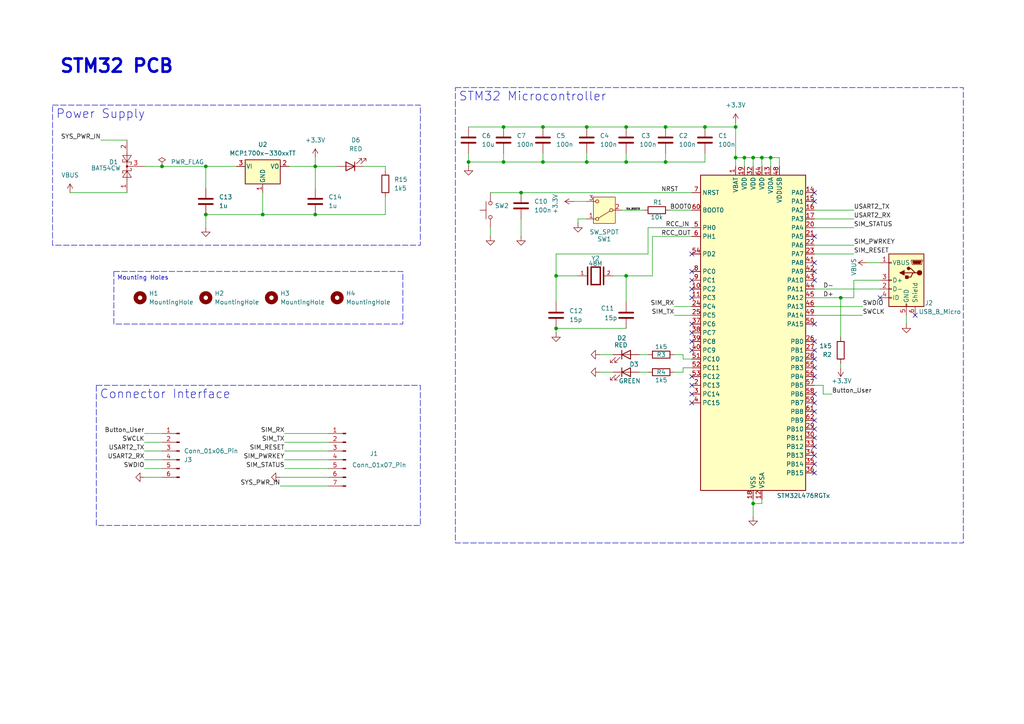
<source format=kicad_sch>
(kicad_sch (version 20250114) (generator "eeschema") (generator_version "9.0")
  (paper "A4")
  (title_block (title "STM32 PCB") (date "2025-12-28") (rev "0.1") (company "Mohamed Khay"))
  (lib_symbols
    (symbol "Connector:Conn_01x06_Pin" (pin_names (offset 1.016) (hide yes))
      (property "Reference" "J" (at 0 7.62 0))
      (property "Value" "Conn_01x06_Pin" (at 0 -10.16 0))
      (symbol "Conn_01x06_Pin_1_1"
        (rectangle (start 0.8636 5.207) (end 0 4.953) (stroke (width 0.1524)) (fill (type outline)))
        (rectangle (start 0.8636 2.667) (end 0 2.413) (stroke (width 0.1524)) (fill (type outline)))
        (rectangle (start 0.8636 0.127) (end 0 -0.127) (stroke (width 0.1524)) (fill (type outline)))
        (rectangle (start 0.8636 -2.413) (end 0 -2.667) (stroke (width 0.1524)) (fill (type outline)))
        (rectangle (start 0.8636 -4.953) (end 0 -5.207) (stroke (width 0.1524)) (fill (type outline)))
        (rectangle (start 0.8636 -7.493) (end 0 -7.747) (stroke (width 0.1524)) (fill (type outline)))
        (polyline (pts (xy 1.27 5.08) (xy 0.8636 5.08)) (stroke (width 0.1524)))
        (polyline (pts (xy 1.27 2.54) (xy 0.8636 2.54)) (stroke (width 0.1524)))
        (polyline (pts (xy 1.27 0) (xy 0.8636 0)) (stroke (width 0.1524)))
        (polyline (pts (xy 1.27 -2.54) (xy 0.8636 -2.54)) (stroke (width 0.1524)))
        (polyline (pts (xy 1.27 -5.08) (xy 0.8636 -5.08)) (stroke (width 0.1524)))
        (polyline (pts (xy 1.27 -7.62) (xy 0.8636 -7.62)) (stroke (width 0.1524)))
        (pin passive line (at 5.08 5.08 180) (length 3.81) (name "Pin_1") (number "1"))
        (pin passive line (at 5.08 2.54 180) (length 3.81) (name "Pin_2") (number "2"))
        (pin passive line (at 5.08 0 180) (length 3.81) (name "Pin_3") (number "3"))
        (pin passive line (at 5.08 -2.54 180) (length 3.81) (name "Pin_4") (number "4"))
        (pin passive line (at 5.08 -5.08 180) (length 3.81) (name "Pin_5") (number "5"))
        (pin passive line (at 5.08 -7.62 180) (length 3.81) (name "Pin_6") (number "6"))
      )
    )
    (symbol "Connector:Conn_01x07_Pin" (pin_names (offset 1.016) (hide yes))
      (property "Reference" "J" (at 0 10.16 0))
      (property "Value" "Conn_01x07_Pin" (at 0 -10.16 0))
      (symbol "Conn_01x07_Pin_1_1"
        (rectangle (start 0.8636 7.747) (end 0 7.493) (stroke (width 0.1524)) (fill (type outline)))
        (rectangle (start 0.8636 5.207) (end 0 4.953) (stroke (width 0.1524)) (fill (type outline)))
        (rectangle (start 0.8636 2.667) (end 0 2.413) (stroke (width 0.1524)) (fill (type outline)))
        (rectangle (start 0.8636 0.127) (end 0 -0.127) (stroke (width 0.1524)) (fill (type outline)))
        (rectangle (start 0.8636 -2.413) (end 0 -2.667) (stroke (width 0.1524)) (fill (type outline)))
        (rectangle (start 0.8636 -4.953) (end 0 -5.207) (stroke (width 0.1524)) (fill (type outline)))
        (rectangle (start 0.8636 -7.493) (end 0 -7.747) (stroke (width 0.1524)) (fill (type outline)))
        (polyline (pts (xy 1.27 7.62) (xy 0.8636 7.62)) (stroke (width 0.1524)))
        (polyline (pts (xy 1.27 5.08) (xy 0.8636 5.08)) (stroke (width 0.1524)))
        (polyline (pts (xy 1.27 2.54) (xy 0.8636 2.54)) (stroke (width 0.1524)))
        (polyline (pts (xy 1.27 0) (xy 0.8636 0)) (stroke (width 0.1524)))
        (polyline (pts (xy 1.27 -2.54) (xy 0.8636 -2.54)) (stroke (width 0.1524)))
        (polyline (pts (xy 1.27 -5.08) (xy 0.8636 -5.08)) (stroke (width 0.1524)))
        (polyline (pts (xy 1.27 -7.62) (xy 0.8636 -7.62)) (stroke (width 0.1524)))
        (pin passive line (at 5.08 7.62 180) (length 3.81) (name "Pin_1") (number "1"))
        (pin passive line (at 5.08 5.08 180) (length 3.81) (name "Pin_2") (number "2"))
        (pin passive line (at 5.08 2.54 180) (length 3.81) (name "Pin_3") (number "3"))
        (pin passive line (at 5.08 0 180) (length 3.81) (name "Pin_4") (number "4"))
        (pin passive line (at 5.08 -2.54 180) (length 3.81) (name "Pin_5") (number "5"))
        (pin passive line (at 5.08 -5.08 180) (length 3.81) (name "Pin_6") (number "6"))
        (pin passive line (at 5.08 -7.62 180) (length 3.81) (name "Pin_7") (number "7"))
      )
    )
    (symbol "Connector:USB_B_Micro" (pin_names (offset 1.016))
      (property "Reference" "J" (at -5.08 11.43 0))
      (property "Value" "USB_B_Micro" (at -5.08 8.89 0))
      (symbol "USB_B_Micro_0_1"
        (rectangle (start -5.08 -7.62) (end 5.08 7.62) (stroke (width 0.254)) (fill (type background)))
        (polyline (pts (xy -4.699 5.842) (xy -4.699 5.588) (xy -4.445 4.826) (xy -4.445 4.572) (xy -1.651 4.572) (xy -1.651 4.826) (xy -1.397 5.588) (xy -1.397 5.842) (xy -4.699 5.842)))
        (polyline (pts (xy -4.318 5.588) (xy -1.778 5.588) (xy -2.032 4.826) (xy -4.064 4.826) (xy -4.318 5.588)) (fill (type outline)))
        (circle (center -3.81 2.159) (radius 0.635) (stroke (width 0.254)) (fill (type outline)))
        (polyline (pts (xy -3.175 2.159) (xy -2.54 2.159) (xy -1.27 3.429) (xy -0.635 3.429)) (stroke (width 0.254)))
        (polyline (pts (xy -2.54 2.159) (xy -1.905 2.159) (xy -1.27 0.889) (xy 0 0.889)) (stroke (width 0.254)))
        (polyline (pts (xy -1.905 2.159) (xy 0.635 2.159)) (stroke (width 0.254)))
        (circle (center -0.635 3.429) (radius 0.381) (stroke (width 0.254)) (fill (type outline)))
        (rectangle (start -0.127 -7.62) (end 0.127 -6.858))
        (rectangle (start 0.254 1.27) (end -0.508 0.508) (stroke (width 0.254)) (fill (type outline)))
        (polyline (pts (xy 0.635 2.794) (xy 0.635 1.524) (xy 1.905 2.159) (xy 0.635 2.794)) (stroke (width 0.254)) (fill (type outline)))
        (rectangle (start 5.08 4.953) (end 4.318 5.207))
        (rectangle (start 5.08 -0.127) (end 4.318 0.127))
        (rectangle (start 5.08 -2.667) (end 4.318 -2.413))
        (rectangle (start 5.08 -5.207) (end 4.318 -4.953))
      )
      (symbol "USB_B_Micro_1_1"
        (pin passive line (at -2.54 -10.16 90) (length 2.54) (name "Shield") (number "6"))
        (pin power_out line (at 0 -10.16 90) (length 2.54) (name "GND") (number "5"))
        (pin power_out line (at 7.62 5.08 180) (length 2.54) (name "VBUS") (number "1"))
        (pin bidirectional line (at 7.62 0 180) (length 2.54) (name "D+") (number "3"))
        (pin bidirectional line (at 7.62 -2.54 180) (length 2.54) (name "D-") (number "2"))
        (pin passive line (at 7.62 -5.08 180) (length 2.54) (name "ID") (number "4"))
      )
    )
    (symbol "Device:C" (pin_numbers (hide yes)) (pin_names (offset 0.254))
      (property "Reference" "C" (at 0.635 2.54 0))
      (property "Value" "C" (at 0.635 -2.54 0))
      (symbol "C_0_1"
        (polyline (pts (xy -2.032 0.762) (xy 2.032 0.762)) (stroke (width 0.508)))
        (polyline (pts (xy -2.032 -0.762) (xy 2.032 -0.762)) (stroke (width 0.508)))
      )
      (symbol "C_1_1"
        (pin passive line (at 0 3.81 270) (length 2.794) (name "~") (number "1"))
        (pin passive line (at 0 -3.81 90) (length 2.794) (name "~") (number "2"))
      )
    )
    (symbol "Device:LED" (pin_numbers (hide yes)) (pin_names (offset 1.016) (hide yes))
      (property "Reference" "D" (at 0 2.54 0))
      (property "Value" "LED" (at 0 -2.54 0))
      (symbol "LED_0_1"
        (polyline (pts (xy -3.048 -0.762) (xy -4.572 -2.286) (xy -3.81 -2.286) (xy -4.572 -2.286) (xy -4.572 -1.524)))
        (polyline (pts (xy -1.778 -0.762) (xy -3.302 -2.286) (xy -2.54 -2.286) (xy -3.302 -2.286) (xy -3.302 -1.524)))
        (polyline (pts (xy -1.27 0) (xy 1.27 0)))
        (polyline (pts (xy -1.27 -1.27) (xy -1.27 1.27)) (stroke (width 0.254)))
        (polyline (pts (xy 1.27 -1.27) (xy 1.27 1.27) (xy -1.27 0) (xy 1.27 -1.27)) (stroke (width 0.254)))
      )
      (symbol "LED_1_1"
        (pin passive line (at -3.81 0 0) (length 2.54) (name "K") (number "1"))
        (pin passive line (at 3.81 0 180) (length 2.54) (name "A") (number "2"))
      )
    )
    (symbol "Device:R" (pin_numbers (hide yes)) (pin_names (offset 0))
      (property "Reference" "R" (at 2.032 0 90))
      (property "Value" "R" (at 0 0 90))
      (symbol "R_0_1"
        (rectangle (start -1.016 -2.54) (end 1.016 2.54) (stroke (width 0.254)))
      )
      (symbol "R_1_1"
        (pin passive line (at 0 3.81 270) (length 1.27) (name "~") (number "1"))
        (pin passive line (at 0 -3.81 90) (length 1.27) (name "~") (number "2"))
      )
    )
    (symbol "Diode:BAT54CW" (pin_names (offset 1.016))
      (property "Reference" "D" (at 0.635 -3.81 0))
      (property "Value" "BAT54CW" (at -6.35 3.175 0))
      (symbol "BAT54CW_0_1"
        (polyline (pts (xy -3.175 -1.27) (xy -3.175 1.27) (xy -1.27 0) (xy -3.175 -1.27)))
        (polyline (pts (xy -1.905 1.27) (xy -1.905 1.016)))
        (polyline (pts (xy -1.905 0) (xy 1.905 0)))
        (polyline (pts (xy -1.27 1.27) (xy -1.905 1.27)))
        (polyline (pts (xy -1.27 1.27) (xy -1.27 -1.27)))
        (polyline (pts (xy -1.27 0) (xy -3.81 0)))
        (polyline (pts (xy -1.27 -1.27) (xy -0.635 -1.27)))
        (polyline (pts (xy -0.635 -1.27) (xy -0.635 -1.016)))
        (circle (center 0 0) (radius 0.254) (fill (type outline)))
        (polyline (pts (xy 0.635 -1.27) (xy 0.635 -1.016)))
        (polyline (pts (xy 1.27 1.27) (xy 1.27 -1.27)))
        (polyline (pts (xy 1.27 1.27) (xy 1.905 1.27)))
        (polyline (pts (xy 1.27 -1.27) (xy 0.635 -1.27)))
        (polyline (pts (xy 1.905 1.27) (xy 1.905 1.016)))
        (polyline (pts (xy 3.175 -1.27) (xy 3.175 1.27) (xy 1.27 0) (xy 3.175 -1.27)))
        (polyline (pts (xy 3.81 0) (xy 1.27 0)))
      )
      (symbol "BAT54CW_1_1"
        (pin passive line (at -7.62 0 0) (length 3.81) (name "~") (number "1"))
        (pin passive line (at 0 -5.08 90) (length 5.08) (name "~") (number "3"))
        (pin passive line (at 7.62 0 180) (length 3.81) (name "~") (number "2"))
      )
    )
    (symbol "HC-49_U-S16000000ABJB:HC-49_U-S16000000ABJB" (pin_names (offset 1.016))
      (property "Reference" "Y" (at -5.0804 5.0804 0))
      (property "Value" "HC-49_U-S16000000ABJB" (at -5.0991 -5.0991 0))
      (symbol "HC-49_U-S16000000ABJB_0_0"
        (polyline (pts (xy -2.286 2.54) (xy -2.286 -2.54)) (stroke (width 0.4064)))
        (polyline (pts (xy -1.27 2.54) (xy -1.27 -2.54)) (stroke (width 0.4064)))
        (polyline (pts (xy -1.27 2.54) (xy 1.397 2.54)) (stroke (width 0.4064)))
        (polyline (pts (xy 1.397 2.54) (xy 1.397 -2.54)) (stroke (width 0.4064)))
        (polyline (pts (xy 1.397 -2.54) (xy -1.27 -2.54)) (stroke (width 0.4064)))
        (polyline (pts (xy 2.3368 2.54) (xy 2.3368 -2.54)) (stroke (width 0.4064)))
        (pin passive line (at -5.08 0 0) (length 2.54) (name "~") (number "1"))
        (pin passive line (at 5.08 0 180) (length 2.54) (name "~") (number "2"))
      )
    )
    (symbol "MCU_ST_STM32L4:STM32L476RGTx"
      (property "Reference" "U" (at -15.24 46.99 0))
      (property "Value" "STM32L476RGTx" (at 10.16 46.99 0))
      (symbol "STM32L476RGTx_0_1"
        (rectangle (start -15.24 -45.72) (end 15.24 45.72) (stroke (width 0.254)) (fill (type background)))
      )
      (symbol "STM32L476RGTx_1_1"
        (pin input line (at -17.78 40.64 0) (length 2.54) (name "NRST") (number "7"))
        (pin input line (at -17.78 35.56 0) (length 2.54) (name "BOOT0") (number "60"))
        (pin bidirectional line (at -17.78 30.48 0) (length 2.54) (name "PH0") (number "5"))
        (pin bidirectional line (at -17.78 27.94 0) (length 2.54) (name "PH1") (number "6"))
        (pin bidirectional line (at -17.78 22.86 0) (length 2.54) (name "PD2") (number "54"))
        (pin bidirectional line (at -17.78 17.78 0) (length 2.54) (name "PC0") (number "8"))
        (pin bidirectional line (at -17.78 15.24 0) (length 2.54) (name "PC1") (number "9"))
        (pin bidirectional line (at -17.78 12.7 0) (length 2.54) (name "PC2") (number "10"))
        (pin bidirectional line (at -17.78 10.16 0) (length 2.54) (name "PC3") (number "11"))
        (pin bidirectional line (at -17.78 7.62 0) (length 2.54) (name "PC4") (number "24"))
        (pin bidirectional line (at -17.78 5.08 0) (length 2.54) (name "PC5") (number "25"))
        (pin bidirectional line (at -17.78 2.54 0) (length 2.54) (name "PC6") (number "37"))
        (pin bidirectional line (at -17.78 0 0) (length 2.54) (name "PC7") (number "38"))
        (pin bidirectional line (at -17.78 -2.54 0) (length 2.54) (name "PC8") (number "39"))
        (pin bidirectional line (at -17.78 -5.08 0) (length 2.54) (name "PC9") (number "40"))
        (pin bidirectional line (at -17.78 -7.62 0) (length 2.54) (name "PC10") (number "51"))
        (pin bidirectional line (at -17.78 -10.16 0) (length 2.54) (name "PC11") (number "52"))
        (pin bidirectional line (at -17.78 -12.7 0) (length 2.54) (name "PC12") (number "53"))
        (pin bidirectional line (at -17.78 -15.24 0) (length 2.54) (name "PC13") (number "2"))
        (pin bidirectional line (at -17.78 -17.78 0) (length 2.54) (name "PC14") (number "3"))
        (pin bidirectional line (at -17.78 -20.32 0) (length 2.54) (name "PC15") (number "4"))
        (pin power_in line (at -5.08 48.26 270) (length 2.54) (name "VBAT") (number "1"))
        (pin power_in line (at -2.54 48.26 270) (length 2.54) (name "VDD") (number "19"))
        (pin power_in line (at 0 48.26 270) (length 2.54) (name "VDD") (number "32"))
        (pin power_in line (at 0 -48.26 90) (length 2.54) (name "VSS") (number "18"))
        (pin passive line (at 0 -48.26 90) (length 2.54) (hide yes) (name "VSS") (number "31"))
        (pin passive line (at 0 -48.26 90) (length 2.54) (hide yes) (name "VSS") (number "47"))
        (pin passive line (at 0 -48.26 90) (length 2.54) (hide yes) (name "VSS") (number "63"))
        (pin power_in line (at 2.54 48.26 270) (length 2.54) (name "VDD") (number "64"))
        (pin power_in line (at 2.54 -48.26 90) (length 2.54) (name "VSSA") (number "12"))
        (pin power_in line (at 5.08 48.26 270) (length 2.54) (name "VDDA") (number "13"))
        (pin power_in line (at 7.62 48.26 270) (length 2.54) (name "VDDUSB") (number "48"))
        (pin bidirectional line (at 17.78 40.64 180) (length 2.54) (name "PA0") (number "14"))
        (pin bidirectional line (at 17.78 38.1 180) (length 2.54) (name "PA1") (number "15"))
        (pin bidirectional line (at 17.78 35.56 180) (length 2.54) (name "PA2") (number "16"))
        (pin bidirectional line (at 17.78 33.02 180) (length 2.54) (name "PA3") (number "17"))
        (pin bidirectional line (at 17.78 30.48 180) (length 2.54) (name "PA4") (number "20"))
        (pin bidirectional line (at 17.78 27.94 180) (length 2.54) (name "PA5") (number "21"))
        (pin bidirectional line (at 17.78 25.4 180) (length 2.54) (name "PA6") (number "22"))
        (pin bidirectional line (at 17.78 22.86 180) (length 2.54) (name "PA7") (number "23"))
        (pin bidirectional line (at 17.78 20.32 180) (length 2.54) (name "PA8") (number "41"))
        (pin bidirectional line (at 17.78 17.78 180) (length 2.54) (name "PA9") (number "42"))
        (pin bidirectional line (at 17.78 15.24 180) (length 2.54) (name "PA10") (number "43"))
        (pin bidirectional line (at 17.78 12.7 180) (length 2.54) (name "PA11") (number "44"))
        (pin bidirectional line (at 17.78 10.16 180) (length 2.54) (name "PA12") (number "45"))
        (pin bidirectional line (at 17.78 7.62 180) (length 2.54) (name "PA13") (number "46"))
        (pin bidirectional line (at 17.78 5.08 180) (length 2.54) (name "PA14") (number "49"))
        (pin bidirectional line (at 17.78 2.54 180) (length 2.54) (name "PA15") (number "50"))
        (pin bidirectional line (at 17.78 -2.54 180) (length 2.54) (name "PB0") (number "26"))
        (pin bidirectional line (at 17.78 -5.08 180) (length 2.54) (name "PB1") (number "27"))
        (pin bidirectional line (at 17.78 -7.62 180) (length 2.54) (name "PB2") (number "28"))
        (pin bidirectional line (at 17.78 -10.16 180) (length 2.54) (name "PB3") (number "55"))
        (pin bidirectional line (at 17.78 -12.7 180) (length 2.54) (name "PB4") (number "56"))
        (pin bidirectional line (at 17.78 -15.24 180) (length 2.54) (name "PB5") (number "57"))
        (pin bidirectional line (at 17.78 -17.78 180) (length 2.54) (name "PB6") (number "58"))
        (pin bidirectional line (at 17.78 -20.32 180) (length 2.54) (name "PB7") (number "59"))
        (pin bidirectional line (at 17.78 -22.86 180) (length 2.54) (name "PB8") (number "61"))
        (pin bidirectional line (at 17.78 -25.4 180) (length 2.54) (name "PB9") (number "62"))
        (pin bidirectional line (at 17.78 -27.94 180) (length 2.54) (name "PB10") (number "29"))
        (pin bidirectional line (at 17.78 -30.48 180) (length 2.54) (name "PB11") (number "30"))
        (pin bidirectional line (at 17.78 -33.02 180) (length 2.54) (name "PB12") (number "33"))
        (pin bidirectional line (at 17.78 -35.56 180) (length 2.54) (name "PB13") (number "34"))
        (pin bidirectional line (at 17.78 -38.1 180) (length 2.54) (name "PB14") (number "35"))
        (pin bidirectional line (at 17.78 -40.64 180) (length 2.54) (name "PB15") (number "36"))
      )
    )
    (symbol "Mechanical:MountingHole" (pin_names (offset 1.016)) (in_bom no)
      (property "Reference" "H" (at 0 5.08 0))
      (property "Value" "MountingHole" (at 0 3.175 0))
      (symbol "MountingHole_0_1"
        (circle (center 0 0) (radius 1.27) (stroke (width 1.27)))
      )
    )
    (symbol "Regulator_Linear:MCP1700x-330xxTT" (pin_names (offset 0.254))
      (property "Reference" "U" (at -3.81 3.175 0))
      (property "Value" "MCP1700x-330xxTT" (at 0 3.175 0))
      (symbol "MCP1700x-330xxTT_0_1"
        (rectangle (start -5.08 1.905) (end 5.08 -5.08) (stroke (width 0.254)) (fill (type background)))
      )
      (symbol "MCP1700x-330xxTT_1_1"
        (pin power_in line (at -7.62 0 0) (length 2.54) (name "VI") (number "3"))
        (pin power_in line (at 0 -7.62 90) (length 2.54) (name "GND") (number "1"))
        (pin power_out line (at 7.62 0 180) (length 2.54) (name "VO") (number "2"))
      )
    )
    (symbol "Switch:SW_Omron_B3FS" (pin_numbers (hide yes)) (pin_names (offset 1.016) (hide yes))
      (property "Reference" "SW" (at 1.27 2.54 0))
      (property "Value" "SW_Omron_B3FS" (at 0 -1.524 0))
      (symbol "SW_Omron_B3FS_0_1"
        (circle (center -2.032 0) (radius 0.508))
        (polyline (pts (xy 0 1.27) (xy 0 3.048)))
        (circle (center 2.032 0) (radius 0.508))
        (polyline (pts (xy 2.54 1.27) (xy -2.54 1.27)))
        (pin passive line (at -5.08 0 0) (length 2.54) (name "1") (number "1"))
        (pin passive line (at 5.08 0 180) (length 2.54) (name "2") (number "2"))
      )
    )
    (symbol "Switch:SW_SPDT" (pin_names (offset 0) (hide yes))
      (property "Reference" "SW" (at 0 5.08 0))
      (property "Value" "SW_SPDT" (at 0 -5.08 0))
      (symbol "SW_SPDT_0_1"
        (circle (center -2.032 0) (radius 0.4572))
        (polyline (pts (xy -1.651 0.254) (xy 1.651 2.286)))
        (circle (center 2.032 2.54) (radius 0.4572))
        (circle (center 2.032 -2.54) (radius 0.4572))
      )
      (symbol "SW_SPDT_1_1"
        (rectangle (start -3.175 3.81) (end 3.175 -3.81) (fill (type background)))
        (pin passive line (at -5.08 0 0) (length 2.54) (name "B") (number "2"))
        (pin passive line (at 5.08 2.54 180) (length 2.54) (name "A") (number "1"))
        (pin passive line (at 5.08 -2.54 180) (length 2.54) (name "C") (number "3"))
      )
    )
    (symbol "power:+3.3V" (power) (pin_numbers (hide yes)) (pin_names (offset 0) (hide yes))
      (property "Value" "+3.3V" (at 0 3.556 0))
      (symbol "+3.3V_0_1"
        (polyline (pts (xy -0.762 1.27) (xy 0 2.54)))
        (polyline (pts (xy 0 2.54) (xy 0.762 1.27)))
        (polyline (pts (xy 0 0) (xy 0 2.54)))
      )
      (symbol "+3.3V_1_1"
        (pin power_in line (at 0 0 90) (length 0) (name "~") (number "1"))
      )
    )
    (symbol "power:GND" (power) (pin_numbers (hide yes)) (pin_names (offset 0) (hide yes))
      (property "Value" "GND" (at 0 -3.81 0))
      (symbol "GND_0_1"
        (polyline (pts (xy 0 0) (xy 0 -1.27) (xy 1.27 -1.27) (xy 0 -2.54) (xy -1.27 -1.27) (xy 0 -1.27)))
      )
      (symbol "GND_1_1"
        (pin power_in line (at 0 0 270) (length 0) (name "~") (number "1"))
      )
    )
    (symbol "power:PWR_FLAG" (power) (pin_numbers (hide yes)) (pin_names (offset 0) (hide yes))
      (property "Value" "PWR_FLAG" (at 0 3.81 0))
      (symbol "PWR_FLAG_0_0"
        (pin power_out line (at 0 0 90) (length 0) (name "~") (number "1"))
      )
      (symbol "PWR_FLAG_0_1"
        (polyline (pts (xy 0 0) (xy 0 1.27) (xy -1.016 1.905) (xy 0 2.54) (xy 1.016 1.905) (xy 0 1.27)))
      )
    )
    (symbol "power:VBUS" (power) (pin_numbers (hide yes)) (pin_names (offset 0) (hide yes))
      (property "Value" "VBUS" (at 0 3.556 0))
      (symbol "VBUS_0_1"
        (polyline (pts (xy -0.762 1.27) (xy 0 2.54)))
        (polyline (pts (xy 0 2.54) (xy 0.762 1.27)))
        (polyline (pts (xy 0 0) (xy 0 2.54)))
      )
      (symbol "VBUS_1_1"
        (pin power_in line (at 0 0 90) (length 0) (name "~") (number "1"))
      )
    )
  )
  (text "STM32 PCB " (at 35.306 19.304 0) (effects (font (size 3.81 3.81) (thickness 0.762) (bold yes))))
  (text_box "Mounting Holes" (at 33.02 78.74 0) (size 83.82 15.24) (margins 0.9525 0.9525 0.9525 0.9525) (stroke (width 0) (type dash)) (effects (font (size 1.27 1.27)) (justify left top)))
  (text_box "Connector Interface\n" (at 27.94 111.76 0) (size 93.98 40.64) (margins 0.9525 0.9525 0.9525 0.9525) (stroke (width 0) (type dash)) (effects (font (size 2.54 2.54)) (justify left top)))
  (text_box "Power Supply" (at 15.24 30.48 0) (size 106.68 40.64) (margins 0.9525 0.9525 0.9525 0.9525) (stroke (width 0) (type dash)) (effects (font (size 2.54 2.54)) (justify left top)))
  (text_box "STM32 Microcontroller\n" (at 132.08 25.4 0) (size 147.32 132.08) (margins 0.9525 0.9525 0.9525 0.9525) (stroke (width 0) (type dash)) (effects (font (size 2.54 2.54)) (justify left top)))
  (junction (at 91.44 48.26))
  (junction (at 218.44 45.72))
  (junction (at 204.47 36.83))
  (junction (at 161.29 80.01))
  (junction (at 59.69 48.26))
  (junction (at 220.98 45.72))
  (junction (at 218.44 146.05))
  (junction (at 157.48 36.83))
  (junction (at 213.36 45.72))
  (junction (at 91.44 62.23))
  (junction (at 157.48 46.99))
  (junction (at 215.9 45.72))
  (junction (at 59.69 62.23))
  (junction (at 170.18 46.99))
  (junction (at 181.61 46.99))
  (junction (at 223.52 45.72))
  (junction (at 170.18 36.83))
  (junction (at 193.04 46.99))
  (junction (at 151.13 55.88))
  (junction (at 181.61 36.83))
  (junction (at 146.05 46.99))
  (junction (at 76.2 62.23))
  (junction (at 46.99 48.26))
  (junction (at 193.04 36.83))
  (junction (at 243.84 86.36))
  (junction (at 213.36 36.83))
  (junction (at 161.29 95.25))
  (junction (at 146.05 36.83))
  (junction (at 135.89 46.99))
  (junction (at 181.61 80.01))
  (no_connect (at 236.22 58.42))
  (no_connect (at 236.22 104.14))
  (no_connect (at 200.66 111.76))
  (no_connect (at 236.22 116.84))
  (no_connect (at 200.66 116.84))
  (no_connect (at 255.27 86.36))
  (no_connect (at 236.22 55.88))
  (no_connect (at 200.66 99.06))
  (no_connect (at 236.22 81.28))
  (no_connect (at 236.22 119.38))
  (no_connect (at 200.66 96.52))
  (no_connect (at 236.22 129.54))
  (no_connect (at 200.66 101.6))
  (no_connect (at 200.66 109.22))
  (no_connect (at 200.66 114.3))
  (no_connect (at 236.22 134.62))
  (no_connect (at 200.66 83.82))
  (no_connect (at 236.22 68.58))
  (no_connect (at 236.22 124.46))
  (no_connect (at 200.66 78.74))
  (no_connect (at 200.66 73.66))
  (no_connect (at 236.22 101.6))
  (no_connect (at 265.43 91.44))
  (no_connect (at 236.22 106.68))
  (no_connect (at 236.22 93.98))
  (no_connect (at 236.22 99.06))
  (no_connect (at 236.22 114.3))
  (no_connect (at 236.22 78.74))
  (no_connect (at 236.22 76.2))
  (no_connect (at 236.22 109.22))
  (no_connect (at 236.22 127))
  (no_connect (at 200.66 86.36))
  (no_connect (at 200.66 81.28))
  (no_connect (at 236.22 132.08))
  (no_connect (at 236.22 137.16))
  (no_connect (at 200.66 93.98))
  (no_connect (at 236.22 121.92))
  (wire (pts (xy 180.34 60.96) (xy 186.69 60.96)))
  (wire (pts (xy 142.24 55.88) (xy 151.13 55.88)))
  (wire (pts (xy 181.61 36.83) (xy 193.04 36.83)))
  (wire (pts (xy 170.18 44.45) (xy 170.18 46.99)))
  (wire (pts (xy 41.91 130.81) (xy 46.99 130.81)))
  (wire (pts (xy 189.23 80.01) (xy 189.23 68.58)))
  (wire (pts (xy 198.12 106.68) (xy 198.12 107.95)))
  (wire (pts (xy 146.05 46.99) (xy 157.48 46.99)))
  (wire (pts (xy 20.32 55.88) (xy 36.83 55.88)))
  (wire (pts (xy 218.44 45.72) (xy 220.98 45.72)))
  (wire (pts (xy 195.58 107.95) (xy 198.12 107.95)))
  (wire (pts (xy 215.9 45.72) (xy 215.9 48.26)))
  (wire (pts (xy 81.28 138.43) (xy 95.25 138.43)))
  (wire (pts (xy 236.22 66.04) (xy 247.65 66.04)))
  (wire (pts (xy 236.22 83.82) (xy 255.27 83.82)))
  (wire (pts (xy 151.13 63.5) (xy 151.13 68.58)))
  (wire (pts (xy 251.46 76.2) (xy 255.27 76.2)))
  (wire (pts (xy 247.65 86.36) (xy 247.65 81.28)))
  (wire (pts (xy 189.23 68.58) (xy 200.66 68.58)))
  (wire (pts (xy 236.22 88.9) (xy 250.19 88.9)))
  (wire (pts (xy 111.76 48.26) (xy 111.76 49.53)))
  (wire (pts (xy 198.12 102.87) (xy 198.12 104.14)))
  (wire (pts (xy 198.12 104.14) (xy 200.66 104.14)))
  (wire (pts (xy 82.55 128.27) (xy 95.25 128.27)))
  (wire (pts (xy 236.22 60.96) (xy 247.65 60.96)))
  (wire (pts (xy 213.36 36.83) (xy 213.36 45.72)))
  (wire (pts (xy 195.58 102.87) (xy 198.12 102.87)))
  (wire (pts (xy 226.06 45.72) (xy 226.06 48.26)))
  (wire (pts (xy 200.66 88.9) (xy 195.58 88.9)))
  (wire (pts (xy 218.44 146.05) (xy 218.44 149.86)))
  (wire (pts (xy 236.22 71.12) (xy 247.65 71.12)))
  (wire (pts (xy 213.36 35.56) (xy 213.36 36.83)))
  (wire (pts (xy 59.69 48.26) (xy 68.58 48.26)))
  (wire (pts (xy 146.05 44.45) (xy 146.05 46.99)))
  (wire (pts (xy 181.61 44.45) (xy 181.61 46.99)))
  (wire (pts (xy 215.9 45.72) (xy 218.44 45.72)))
  (wire (pts (xy 262.89 91.44) (xy 262.89 93.98)))
  (wire (pts (xy 46.99 48.26) (xy 59.69 48.26)))
  (wire (pts (xy 59.69 62.23) (xy 76.2 62.23)))
  (wire (pts (xy 76.2 55.88) (xy 76.2 62.23)))
  (wire (pts (xy 91.44 48.26) (xy 97.79 48.26)))
  (wire (pts (xy 238.76 111.76) (xy 238.76 114.3)))
  (wire (pts (xy 161.29 95.25) (xy 161.29 96.52)))
  (wire (pts (xy 83.82 48.26) (xy 91.44 48.26)))
  (wire (pts (xy 236.22 91.44) (xy 250.19 91.44)))
  (wire (pts (xy 204.47 36.83) (xy 213.36 36.83)))
  (wire (pts (xy 91.44 48.26) (xy 91.44 54.61)))
  (wire (pts (xy 166.37 58.42) (xy 170.18 58.42)))
  (wire (pts (xy 82.55 133.35) (xy 95.25 133.35)))
  (wire (pts (xy 177.8 80.01) (xy 181.61 80.01)))
  (wire (pts (xy 243.84 86.36) (xy 243.84 97.79)))
  (wire (pts (xy 213.36 45.72) (xy 215.9 45.72)))
  (wire (pts (xy 157.48 44.45) (xy 157.48 46.99)))
  (wire (pts (xy 243.84 86.36) (xy 247.65 86.36)))
  (wire (pts (xy 185.42 107.95) (xy 187.96 107.95)))
  (wire (pts (xy 41.91 128.27) (xy 46.99 128.27)))
  (wire (pts (xy 41.91 133.35) (xy 46.99 133.35)))
  (wire (pts (xy 170.18 46.99) (xy 181.61 46.99)))
  (wire (pts (xy 193.04 36.83) (xy 204.47 36.83)))
  (wire (pts (xy 185.42 102.87) (xy 187.96 102.87)))
  (wire (pts (xy 238.76 114.3) (xy 241.3 114.3)))
  (wire (pts (xy 82.55 130.81) (xy 95.25 130.81)))
  (wire (pts (xy 236.22 73.66) (xy 247.65 73.66)))
  (wire (pts (xy 187.96 66.04) (xy 200.66 66.04)))
  (wire (pts (xy 161.29 80.01) (xy 167.64 80.01)))
  (wire (pts (xy 59.69 54.61) (xy 59.69 48.26)))
  (wire (pts (xy 161.29 80.01) (xy 161.29 87.63)))
  (wire (pts (xy 41.91 138.43) (xy 46.99 138.43)))
  (wire (pts (xy 194.31 60.96) (xy 200.66 60.96)))
  (wire (pts (xy 220.98 45.72) (xy 220.98 48.26)))
  (wire (pts (xy 218.44 45.72) (xy 218.44 48.26)))
  (wire (pts (xy 187.96 66.04) (xy 187.96 73.66)))
  (wire (pts (xy 135.89 44.45) (xy 135.89 46.99)))
  (wire (pts (xy 167.64 64.77) (xy 167.64 63.5)))
  (wire (pts (xy 29.21 40.64) (xy 36.83 40.64)))
  (wire (pts (xy 81.28 140.97) (xy 95.25 140.97)))
  (wire (pts (xy 236.22 86.36) (xy 243.84 86.36)))
  (wire (pts (xy 41.91 135.89) (xy 46.99 135.89)))
  (wire (pts (xy 157.48 36.83) (xy 170.18 36.83)))
  (wire (pts (xy 181.61 80.01) (xy 189.23 80.01)))
  (wire (pts (xy 82.55 135.89) (xy 95.25 135.89)))
  (wire (pts (xy 213.36 45.72) (xy 213.36 48.26)))
  (wire (pts (xy 200.66 91.44) (xy 195.58 91.44)))
  (wire (pts (xy 243.84 106.68) (xy 243.84 105.41)))
  (wire (pts (xy 173.99 102.87) (xy 177.8 102.87)))
  (wire (pts (xy 220.98 146.05) (xy 220.98 144.78)))
  (wire (pts (xy 151.13 55.88) (xy 200.66 55.88)))
  (wire (pts (xy 41.91 125.73) (xy 46.99 125.73)))
  (wire (pts (xy 193.04 46.99) (xy 204.47 46.99)))
  (wire (pts (xy 142.24 66.04) (xy 142.24 68.58)))
  (wire (pts (xy 193.04 44.45) (xy 193.04 46.99)))
  (wire (pts (xy 181.61 80.01) (xy 181.61 87.63)))
  (wire (pts (xy 157.48 46.99) (xy 170.18 46.99)))
  (wire (pts (xy 181.61 46.99) (xy 193.04 46.99)))
  (wire (pts (xy 218.44 146.05) (xy 220.98 146.05)))
  (wire (pts (xy 146.05 36.83) (xy 157.48 36.83)))
  (wire (pts (xy 135.89 46.99) (xy 135.89 48.26)))
  (wire (pts (xy 82.55 125.73) (xy 95.25 125.73)))
  (wire (pts (xy 173.99 107.95) (xy 177.8 107.95)))
  (wire (pts (xy 223.52 45.72) (xy 223.52 48.26)))
  (wire (pts (xy 161.29 73.66) (xy 161.29 80.01)))
  (wire (pts (xy 236.22 63.5) (xy 247.65 63.5)))
  (wire (pts (xy 91.44 62.23) (xy 111.76 62.23)))
  (wire (pts (xy 105.41 48.26) (xy 111.76 48.26)))
  (wire (pts (xy 135.89 36.83) (xy 146.05 36.83)))
  (wire (pts (xy 247.65 81.28) (xy 255.27 81.28)))
  (wire (pts (xy 167.64 63.5) (xy 170.18 63.5)))
  (wire (pts (xy 135.89 46.99) (xy 146.05 46.99)))
  (wire (pts (xy 111.76 57.15) (xy 111.76 62.23)))
  (wire (pts (xy 91.44 45.72) (xy 91.44 48.26)))
  (wire (pts (xy 204.47 46.99) (xy 204.47 44.45)))
  (wire (pts (xy 59.69 62.23) (xy 59.69 66.04)))
  (wire (pts (xy 187.96 73.66) (xy 161.29 73.66)))
  (wire (pts (xy 223.52 45.72) (xy 226.06 45.72)))
  (wire (pts (xy 161.29 95.25) (xy 181.61 95.25)))
  (wire (pts (xy 220.98 45.72) (xy 223.52 45.72)))
  (wire (pts (xy 200.66 106.68) (xy 198.12 106.68)))
  (wire (pts (xy 41.91 48.26) (xy 46.99 48.26)))
  (wire (pts (xy 76.2 62.23) (xy 91.44 62.23)))
  (wire (pts (xy 236.22 111.76) (xy 238.76 111.76)))
  (wire (pts (xy 218.44 144.78) (xy 218.44 146.05)))
  (wire (pts (xy 170.18 36.83) (xy 181.61 36.83)))
  (label "SIM_PWRKEY" (at 247.65 71.12 0))
  (label "RCC_IN" (at 193.04 66.04 0))
  (label "SWCLK" (at 41.91 128.27 180))
  (label "RCC_OUT" (at 191.77 68.58 0))
  (label "SIM_RX" (at 195.58 88.9 180))
  (label "USART2_TX" (at 247.65 60.96 0))
  (label "SW_BOOT0" (at 181.61 60.96 0) (effects (font (size 0.508 0.508))))
  (label "SWDIO" (at 250.19 88.9 0))
  (label "SIM_STATUS" (at 82.55 135.89 180))
  (label "SIM_TX" (at 82.55 128.27 180))
  (label "D+" (at 238.76 86.36 0))
  (label "SIM_TX" (at 195.58 91.44 180))
  (label "SWCLK" (at 250.19 91.44 0))
  (label "SIM_RESET" (at 82.55 130.81 180))
  (label "NRST" (at 191.77 55.88 0))
  (label "SIM_PWRKEY" (at 82.55 133.35 180))
  (label "USART2_RX" (at 41.91 133.35 180))
  (label "SIM_STATUS" (at 247.65 66.04 0))
  (label "Button_User" (at 241.3 114.3 0))
  (label "USART2_TX" (at 41.91 130.81 180))
  (label "SWDIO" (at 41.91 135.89 180))
  (label "SYS_PWR_IN" (at 29.21 40.64 180))
  (label "SIM_RESET" (at 247.65 73.66 0))
  (label "USART2_RX" (at 247.65 63.5 0))
  (label "Button_User" (at 41.91 125.73 180))
  (label "SYS_PWR_IN" (at 81.28 140.97 180))
  (label "D-" (at 238.76 83.82 0))
  (label "BOOT0" (at 194.31 60.96 0))
  (label "SIM_RX" (at 82.55 125.73 180))
  (symbol (lib_id "power:+3.3V") (at 166.37 58.42 90) (mirror x) (unit 1)
    (property "Reference" "#PWR010" (effects (hide yes)))
    (property "Value" "+3.3V" (at 161.036 59.182 0))
    (property "Description" "Power symbol creates a global label with name \"+3.3V\"" (effects (hide yes)))
  )
  (symbol (lib_id "HC-49_U-S16000000ABJB:HC-49_U-S16000000ABJB") (at 172.72 80.01 0) (unit 1)
    (property "Reference" "Y2" (at 172.72 74.93 0))
    (property "Value" "48M" (at 172.72 76.454 0))
    (property "Footprint" "HC-49_U-S16000000ABJB:XTAL_HC49P488W43L1150T466H350" (effects (hide yes)))
    (property "MF" "Citizen Finedevice" (effects (hide yes)))
    (property "Description_1" "16 MHz ±30ppm Crystal 18pF 50 Ohms HC-49/US" (effects (hide yes)))
    (property "Package" "HC-49/US Citizen Finetech Miyota" (effects (hide yes)))
    (property "Price" "None" (effects (hide yes)))
    (property "Check_prices" "https://www.snapeda.com/parts/HC-49/U-S16000000ABJB/Citizen/view-part/?ref=eda" (effects (hide yes)))
    (property "STANDARD" "IPC-7351B" (effects (hide yes)))
    (property "PARTREV" "1.0" (effects (hide yes)))
    (property "SnapEDA_Link" "https://www.snapeda.com/parts/HC-49/U-S16000000ABJB/Citizen/view-part/?ref=snap" (effects (hide yes)))
    (property "MP" "HC-49/U-S16000000ABJB" (effects (hide yes)))
    (property "Purchase-URL" "https://www.snapeda.com/api/url_track_click_mouser/?unipart_id=511501&manufacturer=Citizen Finedevice&part_name=HC-49/U-S16000000ABJB&search_term=None" (effects (hide yes)))
    (property "Availability" "In Stock" (effects (hide yes)))
    (property "MANUFACTURER" "CITIZEN" (effects (hide yes)))
  )
  (symbol (lib_id "power:GND") (at 161.29 96.52 0) (unit 1)
    (property "Reference" "#PWR011" (effects (hide yes)))
    (property "Value" "GND" (effects (hide yes)))
    (property "Description" "Power symbol creates a global label with name \"GND\" , ground" (effects (hide yes)))
  )
  (symbol (lib_id "power:GND") (at 81.28 138.43 270) (unit 1)
    (property "Reference" "#PWR05" (effects (hide yes)))
    (property "Value" "GND" (effects (hide yes)))
    (property "Description" "Power symbol creates a global label with name \"GND\" , ground" (effects (hide yes)))
  )
  (symbol (lib_id "Regulator_Linear:MCP1700x-330xxTT") (at 76.2 48.26 0) (unit 1)
    (property "Reference" "U2" (at 76.2 41.91 0))
    (property "Value" "MCP1700x-330xxTT" (at 76.2 44.45 0))
    (property "Footprint" "Package_TO_SOT_SMD:SOT-23" (effects (hide yes)))
    (property "Datasheet" "http://ww1.microchip.com/downloads/en/DeviceDoc/20001826D.pdf" (effects (hide yes)))
    (property "Description" "250mA Low Quiscent Current LDO, 3.3V output, SOT-23" (effects (hide yes)))
  )
  (symbol (lib_id "power:GND") (at 173.99 107.95 270) (unit 1)
    (property "Reference" "#PWR015" (effects (hide yes)))
    (property "Value" "GND" (effects (hide yes)))
    (property "Description" "Power symbol creates a global label with name \"GND\" , ground" (effects (hide yes)))
  )
  (symbol (lib_id "power:GND") (at 173.99 102.87 270) (unit 1)
    (property "Reference" "#PWR014" (effects (hide yes)))
    (property "Value" "GND" (effects (hide yes)))
    (property "Description" "Power symbol creates a global label with name \"GND\" , ground" (effects (hide yes)))
  )
  (symbol (lib_id "Device:C") (at 59.69 58.42 0) (unit 1)
    (property "Reference" "C13" (at 63.5 57.1499 0) (effects (justify left)))
    (property "Value" "1u" (at 63.5 59.6899 0) (effects (justify left)))
    (property "Footprint" "Capacitor_SMD:C_0402_1005Metric" (effects (hide yes)))
    (property "Description" "Unpolarized capacitor" (effects (hide yes)))
  )
  (symbol (lib_id "Mechanical:MountingHole") (at 78.74 86.36 0) (unit 1) (in_bom no)
    (property "Reference" "H3" (at 81.28 85.0899 0) (effects (justify left)))
    (property "Value" "MountingHole" (at 81.28 87.6299 0) (effects (justify left)))
    (property "Footprint" "MountingHole:MountingHole_2.2mm_M2" (effects (hide yes)))
    (property "Description" "Mounting Hole without connection" (effects (hide yes)))
  )
  (symbol (lib_id "Diode:BAT54CW") (at 36.83 48.26 90) (unit 1)
    (property "Reference" "D1" (at 34.29 46.9899 90) (effects (justify left)))
    (property "Value" "BAT54CW" (at 35.052 48.768 90) (effects (justify left)))
    (property "Footprint" "Package_TO_SOT_SMD:SOT-323_SC-70" (effects (hide yes)))
    (property "Datasheet" "https://assets.nexperia.com/documents/data-sheet/BAT54W_SER.pdf" (effects (hide yes)))
    (property "Description" "Dual schottky barrier diode, common cathode, SOT-323" (effects (hide yes)))
  )
  (symbol (lib_id "power:PWR_FLAG") (at 46.99 48.26 0) (unit 1)
    (property "Reference" "#FLG01" (effects (hide yes)))
    (property "Value" "PWR_FLAG" (at 49.53 46.9899 0) (effects (justify left)))
    (property "Description" "Special symbol for telling ERC where power comes from" (effects (hide yes)))
  )
  (symbol (lib_id "Device:LED") (at 181.61 102.87 0) (unit 1)
    (property "Reference" "D2" (at 180.34 98.044 0))
    (property "Value" "RED" (at 180.086 100.076 0))
    (property "Footprint" "LED_SMD:LED_0805_2012Metric" (effects (hide yes)))
    (property "Description" "Light emitting diode" (effects (hide yes)))
    (property "Sim.Pins" "1=K 2=A" (effects (hide yes)))
  )
  (symbol (lib_id "Device:C") (at 157.48 40.64 0) (unit 1)
    (property "Reference" "C5" (at 161.29 39.3699 0) (effects (justify left)))
    (property "Value" "100n" (at 161.29 41.9099 0) (effects (justify left)))
    (property "Footprint" "Capacitor_SMD:C_0402_1005Metric" (effects (hide yes)))
    (property "Description" "Unpolarized capacitor" (effects (hide yes)))
  )
  (symbol (lib_id "Device:LED") (at 101.6 48.26 180) (unit 1)
    (property "Reference" "D6" (at 103.1875 40.64 0))
    (property "Value" "RED" (at 103.1875 43.18 0))
    (property "Footprint" "LED_SMD:LED_0201_0603Metric" (effects (hide yes)))
    (property "Description" "Light emitting diode" (effects (hide yes)))
    (property "Sim.Pins" "1=K 2=A" (effects (hide yes)))
  )
  (symbol (lib_id "Connector:Conn_01x06_Pin") (at 52.07 130.81 0) (mirror y) (unit 1)
    (property "Reference" "J3" (at 53.34 133.3501 0) (effects (justify right)))
    (property "Value" "Conn_01x06_Pin" (at 53.34 130.8101 0) (effects (justify right)))
    (property "Footprint" "Connector_PinHeader_2.54mm:PinHeader_1x06_P2.54mm_Vertical" (effects (hide yes)))
    (property "Description" "Generic connector, single row, 01x06, script generated" (effects (hide yes)))
  )
  (symbol (lib_id "power:+3.3V") (at 91.44 45.72 0) (unit 1)
    (property "Reference" "#PWR019" (effects (hide yes)))
    (property "Value" "+3.3V" (at 91.44 40.64 0))
    (property "Description" "Power symbol creates a global label with name \"+3.3V\"" (effects (hide yes)))
  )
  (symbol (lib_id "Device:C") (at 161.29 91.44 0) (unit 1)
    (property "Reference" "C12" (at 165.1 90.1699 0) (effects (justify left)))
    (property "Value" "15p" (at 165.1 92.7099 0) (effects (justify left)))
    (property "Footprint" "Capacitor_SMD:C_0402_1005Metric" (effects (hide yes)))
    (property "Description" "Unpolarized capacitor" (effects (hide yes)))
  )
  (symbol (lib_id "power:+3.3V") (at 213.36 35.56 0) (unit 1)
    (property "Reference" "#PWR02" (effects (hide yes)))
    (property "Value" "+3.3V" (at 213.36 30.48 0))
    (property "Description" "Power symbol creates a global label with name \"+3.3V\"" (effects (hide yes)))
  )
  (symbol (lib_id "Device:C") (at 181.61 40.64 0) (unit 1)
    (property "Reference" "C3" (at 185.928 39.37 0) (effects (justify left)))
    (property "Value" "100n" (at 185.42 41.9099 0) (effects (justify left)))
    (property "Footprint" "Capacitor_SMD:C_0402_1005Metric" (effects (hide yes)))
    (property "Description" "Unpolarized capacitor" (effects (hide yes)))
  )
  (symbol (lib_id "Device:C") (at 146.05 40.64 0) (unit 1)
    (property "Reference" "C7" (at 149.86 39.3699 0) (effects (justify left)))
    (property "Value" "100n" (at 149.86 41.9099 0) (effects (justify left)))
    (property "Footprint" "Capacitor_SMD:C_0402_1005Metric" (effects (hide yes)))
    (property "Description" "Unpolarized capacitor" (effects (hide yes)))
  )
  (symbol (lib_id "Switch:SW_Omron_B3FS") (at 142.24 60.96 90) (unit 1)
    (property "Reference" "SW2" (at 143.51 59.6899 90) (effects (justify right)))
    (property "Value" "SW_Omron_B3FS" (effects (hide yes)))
    (property "Footprint" "Button_Switch_SMD:SW_SPST_Omron_B3FS-100xP" (effects (hide yes)))
    (property "Datasheet" "https://omronfs.omron.com/en_US/ecb/products/pdf/en-b3fs.pdf" (effects (hide yes)))
    (property "Description" "Omron B3FS 6x6mm single pole normally-open tactile switch" (effects (hide yes)))
  )
  (symbol (lib_id "power:VBUS") (at 251.46 76.2 90) (unit 1)
    (property "Reference" "#PWR06" (effects (hide yes)))
    (property "Value" "VBUS" (at 247.65 77.47 0))
    (property "Description" "Power symbol creates a global label with name \"VBUS\"" (effects (hide yes)))
  )
  (symbol (lib_id "Device:C") (at 91.44 58.42 0) (unit 1)
    (property "Reference" "C14" (at 95.25 57.1499 0) (effects (justify left)))
    (property "Value" "1u" (at 95.25 59.6899 0) (effects (justify left)))
    (property "Footprint" "Capacitor_SMD:C_0402_1005Metric" (effects (hide yes)))
    (property "Description" "Unpolarized capacitor" (effects (hide yes)))
  )
  (symbol (lib_id "Mechanical:MountingHole") (at 59.69 86.36 0) (unit 1) (in_bom no)
    (property "Reference" "H2" (at 62.23 85.0899 0) (effects (justify left)))
    (property "Value" "MountingHole" (at 62.23 87.6299 0) (effects (justify left)))
    (property "Footprint" "MountingHole:MountingHole_2.2mm_M2" (effects (hide yes)))
    (property "Description" "Mounting Hole without connection" (effects (hide yes)))
  )
  (symbol (lib_id "power:GND") (at 151.13 68.58 0) (unit 1)
    (property "Reference" "#PWR08" (effects (hide yes)))
    (property "Value" "GND" (effects (hide yes)))
    (property "Description" "Power symbol creates a global label with name \"GND\" , ground" (effects (hide yes)))
  )
  (symbol (lib_id "Device:R") (at 191.77 102.87 90) (unit 1)
    (property "Reference" "R3" (at 191.77 102.87 90))
    (property "Value" "1k5" (at 191.77 100.584 90))
    (property "Footprint" "Resistor_SMD:R_0402_1005Metric" (effects (hide yes)))
    (property "Description" "Resistor" (effects (hide yes)))
  )
  (symbol (lib_id "power:GND") (at 59.69 66.04 0) (unit 1)
    (property "Reference" "#PWR017" (effects (hide yes)))
    (property "Value" "GND" (effects (hide yes)))
    (property "Description" "Power symbol creates a global label with name \"GND\" , ground" (effects (hide yes)))
  )
  (symbol (lib_id "Switch:SW_SPDT") (at 175.26 60.96 180) (unit 1)
    (property "Reference" "SW1" (at 175.26 69.342 0))
    (property "Value" "SW_SPDT" (at 175.26 67.31 0))
    (property "Footprint" "Button_Switch_SMD:SW_SPDT_PCM12_NO_TIP" (effects (hide yes)))
    (property "Description" "Switch, single pole double throw" (effects (hide yes)))
  )
  (symbol (lib_id "power:GND") (at 262.89 93.98 0) (unit 1)
    (property "Reference" "#PWR04" (effects (hide yes)))
    (property "Value" "GND" (effects (hide yes)))
    (property "Description" "Power symbol creates a global label with name \"GND\" , ground" (effects (hide yes)))
  )
  (symbol (lib_id "Device:R") (at 191.77 107.95 90) (unit 1)
    (property "Reference" "R4" (at 191.77 107.95 90))
    (property "Value" "1k5" (at 191.77 110.236 90))
    (property "Footprint" "Resistor_SMD:R_0402_1005Metric" (effects (hide yes)))
    (property "Description" "Resistor" (effects (hide yes)))
  )
  (symbol (lib_id "power:GND") (at 167.64 64.77 0) (unit 1)
    (property "Reference" "#PWR09" (effects (hide yes)))
    (property "Value" "GND" (effects (hide yes)))
    (property "Description" "Power symbol creates a global label with name \"GND\" , ground" (effects (hide yes)))
  )
  (symbol (lib_id "MCU_ST_STM32L4:STM32L476RGTx") (at 218.44 96.52 0) (unit 1)
    (property "Reference" "U1" (effects (hide yes)))
    (property "Value" "STM32L476RGTx" (at 225.298 143.764 0) (effects (justify left)))
    (property "Footprint" "Package_QFP:LQFP-64_10x10mm_P0.5mm" (effects (hide yes)))
    (property "Datasheet" "https://www.st.com/resource/en/datasheet/stm32l476rg.pdf" (effects (hide yes)))
    (property "Description" "STMicroelectronics Arm Cortex-M4 MCU, 1024KB flash, 128KB RAM, 80 MHz, 1.71-3.6V, 51 GPIO, LQFP64" (effects (hide yes)))
  )
  (symbol (lib_id "Device:R") (at 190.5 60.96 90) (unit 1)
    (property "Reference" "R1" (at 190.754 58.674 90))
    (property "Value" "10k" (at 190.5 62.992 90))
    (property "Footprint" "Resistor_SMD:R_0402_1005Metric" (effects (hide yes)))
    (property "Description" "Resistor" (effects (hide yes)))
  )
  (symbol (lib_id "power:VBUS") (at 20.32 55.88 0) (unit 1)
    (property "Reference" "#PWR013" (effects (hide yes)))
    (property "Value" "VBUS" (at 20.32 50.8 0))
    (property "Description" "Power symbol creates a global label with name \"VBUS\"" (effects (hide yes)))
  )
  (symbol (lib_id "power:GND") (at 142.24 68.58 0) (unit 1)
    (property "Reference" "#PWR016" (effects (hide yes)))
    (property "Value" "GND" (effects (hide yes)))
    (property "Description" "Power symbol creates a global label with name \"GND\" , ground" (effects (hide yes)))
  )
  (symbol (lib_id "Device:C") (at 151.13 59.69 0) (unit 1)
    (property "Reference" "C10" (at 154.94 58.4199 0) (effects (justify left)))
    (property "Value" "100n" (at 154.94 60.9599 0) (effects (justify left)))
    (property "Footprint" "Capacitor_SMD:C_0402_1005Metric" (effects (hide yes)))
    (property "Description" "Unpolarized capacitor" (effects (hide yes)))
  )
  (symbol (lib_id "Connector:USB_B_Micro") (at 262.89 81.28 0) (mirror y) (unit 1)
    (property "Reference" "J2" (at 268.224 87.884 0) (effects (justify right)))
    (property "Value" "USB_B_Micro" (at 266.446 90.424 0) (effects (justify right)))
    (property "Footprint" "Connector_USB:USB_Micro-B_Wuerth_629105150521" (effects (hide yes)))
    (property "Description" "USB Micro Type B connector" (effects (hide yes)))
  )
  (symbol (lib_id "Device:C") (at 170.18 40.64 0) (unit 1)
    (property "Reference" "C4" (at 173.99 39.3699 0) (effects (justify left)))
    (property "Value" "100n" (at 173.99 41.9099 0) (effects (justify left)))
    (property "Footprint" "Capacitor_SMD:C_0402_1005Metric" (effects (hide yes)))
    (property "Description" "Unpolarized capacitor" (effects (hide yes)))
  )
  (symbol (lib_id "Device:C") (at 204.47 40.64 0) (unit 1)
    (property "Reference" "C1" (at 208.28 39.3699 0) (effects (justify left)))
    (property "Value" "100n" (at 208.28 41.9099 0) (effects (justify left)))
    (property "Footprint" "Capacitor_SMD:C_0402_1005Metric" (effects (hide yes)))
    (property "Description" "Unpolarized capacitor" (effects (hide yes)))
  )
  (symbol (lib_id "Device:C") (at 135.89 40.64 0) (unit 1)
    (property "Reference" "C6" (at 139.7 39.3699 0) (effects (justify left)))
    (property "Value" "10u" (at 139.7 41.9099 0) (effects (justify left)))
    (property "Footprint" "Capacitor_SMD:C_0603_1608Metric" (effects (hide yes)))
    (property "Description" "Unpolarized capacitor" (effects (hide yes)))
  )
  (symbol (lib_id "Device:R") (at 111.76 53.34 0) (unit 1)
    (property "Reference" "R15" (at 114.3 52.0699 0) (effects (justify left)))
    (property "Value" "1k5" (at 114.3 54.6099 0) (effects (justify left)))
    (property "Footprint" "Resistor_SMD:R_0402_1005Metric" (effects (hide yes)))
    (property "Description" "Resistor" (effects (hide yes)))
  )
  (symbol (lib_id "Device:R") (at 243.84 101.6 180) (unit 1)
    (property "Reference" "R2" (at 241.3 102.8701 0) (effects (justify left)))
    (property "Value" "1k5" (at 241.3 100.3301 0) (effects (justify left)))
    (property "Footprint" "Resistor_SMD:R_0402_1005Metric" (effects (hide yes)))
    (property "Description" "Resistor" (effects (hide yes)))
  )
  (symbol (lib_id "Mechanical:MountingHole") (at 40.64 86.36 0) (unit 1) (in_bom no)
    (property "Reference" "H1" (at 43.18 85.0899 0) (effects (justify left)))
    (property "Value" "MountingHole" (at 43.18 87.6299 0) (effects (justify left)))
    (property "Footprint" "MountingHole:MountingHole_2.2mm_M2" (effects (hide yes)))
    (property "Description" "Mounting Hole without connection" (effects (hide yes)))
  )
  (symbol (lib_id "Connector:Conn_01x07_Pin") (at 100.33 133.35 0) (mirror y) (unit 1)
    (property "Reference" "J1" (at 108.458 131.572 0))
    (property "Value" "Conn_01x07_Pin" (at 109.982 134.874 0))
    (property "Footprint" "Connector_PinHeader_2.54mm:PinHeader_1x07_P2.54mm_Vertical" (effects (hide yes)))
    (property "Description" "Generic connector, single row, 01x07, script generated" (effects (hide yes)))
  )
  (symbol (lib_id "power:GND") (at 218.44 149.86 0) (unit 1)
    (property "Reference" "#PWR01" (effects (hide yes)))
    (property "Value" "GND" (effects (hide yes)))
    (property "Description" "Power symbol creates a global label with name \"GND\" , ground" (effects (hide yes)))
  )
  (symbol (lib_id "Device:C") (at 181.61 91.44 0) (unit 1)
    (property "Reference" "C11" (at 174.244 89.408 0) (effects (justify left)))
    (property "Value" "15p" (at 175.26 92.202 0) (effects (justify left)))
    (property "Footprint" "Capacitor_SMD:C_0402_1005Metric" (effects (hide yes)))
    (property "Description" "Unpolarized capacitor" (effects (hide yes)))
  )
  (symbol (lib_id "power:+3.3V") (at 243.84 106.68 180) (unit 1)
    (property "Reference" "#PWR012" (effects (hide yes)))
    (property "Value" "+3.3V" (at 244.094 110.49 0))
    (property "Description" "Power symbol creates a global label with name \"+3.3V\"" (effects (hide yes)))
  )
  (symbol (lib_id "power:GND") (at 41.91 138.43 270) (unit 1)
    (property "Reference" "#PWR07" (effects (hide yes)))
    (property "Value" "GND" (effects (hide yes)))
    (property "Description" "Power symbol creates a global label with name \"GND\" , ground" (effects (hide yes)))
  )
  (symbol (lib_id "Mechanical:MountingHole") (at 97.79 86.36 0) (unit 1) (in_bom no)
    (property "Reference" "H4" (at 100.33 85.0899 0) (effects (justify left)))
    (property "Value" "MountingHole" (at 100.33 87.6299 0) (effects (justify left)))
    (property "Footprint" "MountingHole:MountingHole_2.2mm_M2" (effects (hide yes)))
    (property "Description" "Mounting Hole without connection" (effects (hide yes)))
  )
  (symbol (lib_id "power:GND") (at 135.89 48.26 0) (unit 1)
    (property "Reference" "#PWR03" (effects (hide yes)))
    (property "Value" "GND" (effects (hide yes)))
    (property "Description" "Power symbol creates a global label with name \"GND\" , ground" (effects (hide yes)))
  )
  (symbol (lib_id "Device:LED") (at 181.61 107.95 0) (unit 1)
    (property "Reference" "D3" (at 183.896 105.664 0))
    (property "Value" "GREEN" (at 182.626 110.49 0))
    (property "Footprint" "LED_SMD:LED_0805_2012Metric" (effects (hide yes)))
    (property "Description" "Light emitting diode" (effects (hide yes)))
    (property "Sim.Pins" "1=K 2=A" (effects (hide yes)))
  )
  (symbol (lib_id "Device:C") (at 193.04 40.64 180) (unit 1)
    (property "Reference" "C2" (at 196.85 39.3699 0) (effects (justify right)))
    (property "Value" "100n" (at 196.85 41.9099 0) (effects (justify right)))
    (property "Footprint" "Capacitor_SMD:C_0402_1005Metric" (effects (hide yes)))
    (property "Description" "Unpolarized capacitor" (effects (hide yes)))
  )
)
</source>
